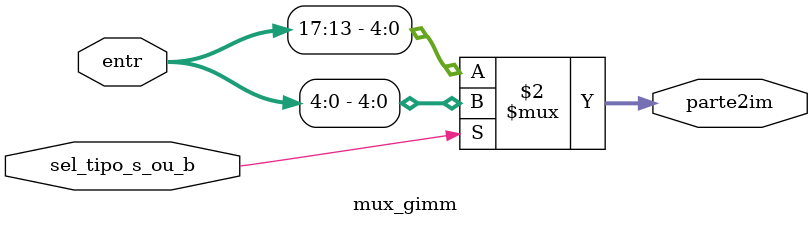
<source format=v>
module mux_gimm(sel_tipo_s_ou_b, entr, parte2im);
	//espera-se na entrada inst[31:7]
	input[24:0] entr;
	input sel_tipo_s_ou_b;
	output[4:0] parte2im;
	assign parte2im = (sel_tipo_s_ou_b == 1'b0)? entr[17:13]:entr[4:0];
endmodule
</source>
